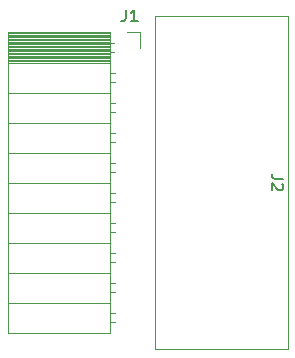
<source format=gto>
G04 #@! TF.GenerationSoftware,KiCad,Pcbnew,7.0.7*
G04 #@! TF.CreationDate,2023-11-20T22:09:05+08:00*
G04 #@! TF.ProjectId,wago kf141v adapter,7761676f-206b-4663-9134-317620616461,rev?*
G04 #@! TF.SameCoordinates,Original*
G04 #@! TF.FileFunction,Legend,Top*
G04 #@! TF.FilePolarity,Positive*
%FSLAX46Y46*%
G04 Gerber Fmt 4.6, Leading zero omitted, Abs format (unit mm)*
G04 Created by KiCad (PCBNEW 7.0.7) date 2023-11-20 22:09:05*
%MOMM*%
%LPD*%
G01*
G04 APERTURE LIST*
%ADD10C,0.150000*%
%ADD11C,0.120000*%
G04 APERTURE END LIST*
D10*
X151675180Y-86661666D02*
X150960895Y-86661666D01*
X150960895Y-86661666D02*
X150818038Y-86614047D01*
X150818038Y-86614047D02*
X150722800Y-86518809D01*
X150722800Y-86518809D02*
X150675180Y-86375952D01*
X150675180Y-86375952D02*
X150675180Y-86280714D01*
X151579942Y-87090238D02*
X151627561Y-87137857D01*
X151627561Y-87137857D02*
X151675180Y-87233095D01*
X151675180Y-87233095D02*
X151675180Y-87471190D01*
X151675180Y-87471190D02*
X151627561Y-87566428D01*
X151627561Y-87566428D02*
X151579942Y-87614047D01*
X151579942Y-87614047D02*
X151484704Y-87661666D01*
X151484704Y-87661666D02*
X151389466Y-87661666D01*
X151389466Y-87661666D02*
X151246609Y-87614047D01*
X151246609Y-87614047D02*
X150675180Y-87042619D01*
X150675180Y-87042619D02*
X150675180Y-87661666D01*
X138350666Y-72352819D02*
X138350666Y-73067104D01*
X138350666Y-73067104D02*
X138303047Y-73209961D01*
X138303047Y-73209961D02*
X138207809Y-73305200D01*
X138207809Y-73305200D02*
X138064952Y-73352819D01*
X138064952Y-73352819D02*
X137969714Y-73352819D01*
X139350666Y-73352819D02*
X138779238Y-73352819D01*
X139064952Y-73352819D02*
X139064952Y-72352819D01*
X139064952Y-72352819D02*
X138969714Y-72495676D01*
X138969714Y-72495676D02*
X138874476Y-72590914D01*
X138874476Y-72590914D02*
X138779238Y-72638533D01*
D11*
X152041000Y-101075000D02*
X140821000Y-101075000D01*
X140821000Y-72915000D02*
X140821000Y-101075000D01*
X152041000Y-72915000D02*
X152041000Y-101075000D01*
X152041000Y-72915000D02*
X140821000Y-72915000D01*
X128340000Y-74240000D02*
X128340000Y-99760000D01*
X128340000Y-74240000D02*
X136970000Y-74240000D01*
X128340000Y-74360000D02*
X136970000Y-74360000D01*
X128340000Y-74478095D02*
X136970000Y-74478095D01*
X128340000Y-74596190D02*
X136970000Y-74596190D01*
X128340000Y-74714285D02*
X136970000Y-74714285D01*
X128340000Y-74832380D02*
X136970000Y-74832380D01*
X128340000Y-74950475D02*
X136970000Y-74950475D01*
X128340000Y-75068570D02*
X136970000Y-75068570D01*
X128340000Y-75186665D02*
X136970000Y-75186665D01*
X128340000Y-75304760D02*
X136970000Y-75304760D01*
X128340000Y-75422855D02*
X136970000Y-75422855D01*
X128340000Y-75540950D02*
X136970000Y-75540950D01*
X128340000Y-75659045D02*
X136970000Y-75659045D01*
X128340000Y-75777140D02*
X136970000Y-75777140D01*
X128340000Y-75895235D02*
X136970000Y-75895235D01*
X128340000Y-76013330D02*
X136970000Y-76013330D01*
X128340000Y-76131425D02*
X136970000Y-76131425D01*
X128340000Y-76249520D02*
X136970000Y-76249520D01*
X128340000Y-76367615D02*
X136970000Y-76367615D01*
X128340000Y-76485710D02*
X136970000Y-76485710D01*
X128340000Y-76603805D02*
X136970000Y-76603805D01*
X128340000Y-76721900D02*
X136970000Y-76721900D01*
X128340000Y-76840000D02*
X136970000Y-76840000D01*
X128340000Y-79380000D02*
X136970000Y-79380000D01*
X128340000Y-81920000D02*
X136970000Y-81920000D01*
X128340000Y-84460000D02*
X136970000Y-84460000D01*
X128340000Y-87000000D02*
X136970000Y-87000000D01*
X128340000Y-89540000D02*
X136970000Y-89540000D01*
X128340000Y-92080000D02*
X136970000Y-92080000D01*
X128340000Y-94620000D02*
X136970000Y-94620000D01*
X128340000Y-97160000D02*
X136970000Y-97160000D01*
X128340000Y-99760000D02*
X136970000Y-99760000D01*
X136970000Y-74240000D02*
X136970000Y-99760000D01*
X136970000Y-75210000D02*
X137320000Y-75210000D01*
X136970000Y-75930000D02*
X137320000Y-75930000D01*
X136970000Y-77750000D02*
X137380000Y-77750000D01*
X136970000Y-78470000D02*
X137380000Y-78470000D01*
X136970000Y-80290000D02*
X137380000Y-80290000D01*
X136970000Y-81010000D02*
X137380000Y-81010000D01*
X136970000Y-82830000D02*
X137380000Y-82830000D01*
X136970000Y-83550000D02*
X137380000Y-83550000D01*
X136970000Y-85370000D02*
X137380000Y-85370000D01*
X136970000Y-86090000D02*
X137380000Y-86090000D01*
X136970000Y-87910000D02*
X137380000Y-87910000D01*
X136970000Y-88630000D02*
X137380000Y-88630000D01*
X136970000Y-90450000D02*
X137380000Y-90450000D01*
X136970000Y-91170000D02*
X137380000Y-91170000D01*
X136970000Y-92990000D02*
X137380000Y-92990000D01*
X136970000Y-93710000D02*
X137380000Y-93710000D01*
X136970000Y-95530000D02*
X137380000Y-95530000D01*
X136970000Y-96250000D02*
X137380000Y-96250000D01*
X136970000Y-98070000D02*
X137380000Y-98070000D01*
X136970000Y-98790000D02*
X137380000Y-98790000D01*
X138430000Y-74240000D02*
X139540000Y-74240000D01*
X139540000Y-74240000D02*
X139540000Y-75570000D01*
M02*

</source>
